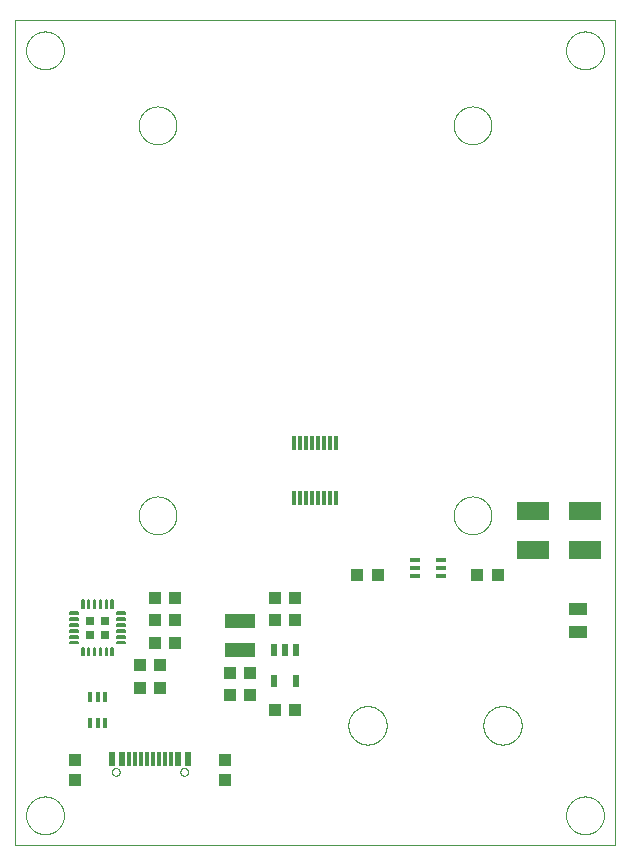
<source format=gtp>
G75*
%MOIN*%
%OFA0B0*%
%FSLAX25Y25*%
%IPPOS*%
%LPD*%
%AMOC8*
5,1,8,0,0,1.08239X$1,22.5*
%
%ADD10C,0.00000*%
%ADD11R,0.04331X0.03937*%
%ADD12R,0.11024X0.05906*%
%ADD13R,0.01181X0.04724*%
%ADD14R,0.02362X0.04528*%
%ADD15R,0.01181X0.04528*%
%ADD16R,0.10039X0.05118*%
%ADD17R,0.03937X0.04331*%
%ADD18R,0.06299X0.04331*%
%ADD19C,0.00551*%
%ADD20R,0.03150X0.03150*%
%ADD21R,0.02165X0.03937*%
%ADD22R,0.01575X0.03740*%
%ADD23R,0.03740X0.01575*%
D10*
X0001400Y0013000D02*
X0001400Y0288000D01*
X0201400Y0288000D01*
X0201400Y0013000D01*
X0001400Y0013000D01*
X0005101Y0023000D02*
X0005103Y0023158D01*
X0005109Y0023316D01*
X0005119Y0023474D01*
X0005133Y0023632D01*
X0005151Y0023789D01*
X0005172Y0023946D01*
X0005198Y0024102D01*
X0005228Y0024258D01*
X0005261Y0024413D01*
X0005299Y0024566D01*
X0005340Y0024719D01*
X0005385Y0024871D01*
X0005434Y0025022D01*
X0005487Y0025171D01*
X0005543Y0025319D01*
X0005603Y0025465D01*
X0005667Y0025610D01*
X0005735Y0025753D01*
X0005806Y0025895D01*
X0005880Y0026035D01*
X0005958Y0026172D01*
X0006040Y0026308D01*
X0006124Y0026442D01*
X0006213Y0026573D01*
X0006304Y0026702D01*
X0006399Y0026829D01*
X0006496Y0026954D01*
X0006597Y0027076D01*
X0006701Y0027195D01*
X0006808Y0027312D01*
X0006918Y0027426D01*
X0007031Y0027537D01*
X0007146Y0027646D01*
X0007264Y0027751D01*
X0007385Y0027853D01*
X0007508Y0027953D01*
X0007634Y0028049D01*
X0007762Y0028142D01*
X0007892Y0028232D01*
X0008025Y0028318D01*
X0008160Y0028402D01*
X0008296Y0028481D01*
X0008435Y0028558D01*
X0008576Y0028630D01*
X0008718Y0028700D01*
X0008862Y0028765D01*
X0009008Y0028827D01*
X0009155Y0028885D01*
X0009304Y0028940D01*
X0009454Y0028991D01*
X0009605Y0029038D01*
X0009757Y0029081D01*
X0009910Y0029120D01*
X0010065Y0029156D01*
X0010220Y0029187D01*
X0010376Y0029215D01*
X0010532Y0029239D01*
X0010689Y0029259D01*
X0010847Y0029275D01*
X0011004Y0029287D01*
X0011163Y0029295D01*
X0011321Y0029299D01*
X0011479Y0029299D01*
X0011637Y0029295D01*
X0011796Y0029287D01*
X0011953Y0029275D01*
X0012111Y0029259D01*
X0012268Y0029239D01*
X0012424Y0029215D01*
X0012580Y0029187D01*
X0012735Y0029156D01*
X0012890Y0029120D01*
X0013043Y0029081D01*
X0013195Y0029038D01*
X0013346Y0028991D01*
X0013496Y0028940D01*
X0013645Y0028885D01*
X0013792Y0028827D01*
X0013938Y0028765D01*
X0014082Y0028700D01*
X0014224Y0028630D01*
X0014365Y0028558D01*
X0014504Y0028481D01*
X0014640Y0028402D01*
X0014775Y0028318D01*
X0014908Y0028232D01*
X0015038Y0028142D01*
X0015166Y0028049D01*
X0015292Y0027953D01*
X0015415Y0027853D01*
X0015536Y0027751D01*
X0015654Y0027646D01*
X0015769Y0027537D01*
X0015882Y0027426D01*
X0015992Y0027312D01*
X0016099Y0027195D01*
X0016203Y0027076D01*
X0016304Y0026954D01*
X0016401Y0026829D01*
X0016496Y0026702D01*
X0016587Y0026573D01*
X0016676Y0026442D01*
X0016760Y0026308D01*
X0016842Y0026172D01*
X0016920Y0026035D01*
X0016994Y0025895D01*
X0017065Y0025753D01*
X0017133Y0025610D01*
X0017197Y0025465D01*
X0017257Y0025319D01*
X0017313Y0025171D01*
X0017366Y0025022D01*
X0017415Y0024871D01*
X0017460Y0024719D01*
X0017501Y0024566D01*
X0017539Y0024413D01*
X0017572Y0024258D01*
X0017602Y0024102D01*
X0017628Y0023946D01*
X0017649Y0023789D01*
X0017667Y0023632D01*
X0017681Y0023474D01*
X0017691Y0023316D01*
X0017697Y0023158D01*
X0017699Y0023000D01*
X0017697Y0022842D01*
X0017691Y0022684D01*
X0017681Y0022526D01*
X0017667Y0022368D01*
X0017649Y0022211D01*
X0017628Y0022054D01*
X0017602Y0021898D01*
X0017572Y0021742D01*
X0017539Y0021587D01*
X0017501Y0021434D01*
X0017460Y0021281D01*
X0017415Y0021129D01*
X0017366Y0020978D01*
X0017313Y0020829D01*
X0017257Y0020681D01*
X0017197Y0020535D01*
X0017133Y0020390D01*
X0017065Y0020247D01*
X0016994Y0020105D01*
X0016920Y0019965D01*
X0016842Y0019828D01*
X0016760Y0019692D01*
X0016676Y0019558D01*
X0016587Y0019427D01*
X0016496Y0019298D01*
X0016401Y0019171D01*
X0016304Y0019046D01*
X0016203Y0018924D01*
X0016099Y0018805D01*
X0015992Y0018688D01*
X0015882Y0018574D01*
X0015769Y0018463D01*
X0015654Y0018354D01*
X0015536Y0018249D01*
X0015415Y0018147D01*
X0015292Y0018047D01*
X0015166Y0017951D01*
X0015038Y0017858D01*
X0014908Y0017768D01*
X0014775Y0017682D01*
X0014640Y0017598D01*
X0014504Y0017519D01*
X0014365Y0017442D01*
X0014224Y0017370D01*
X0014082Y0017300D01*
X0013938Y0017235D01*
X0013792Y0017173D01*
X0013645Y0017115D01*
X0013496Y0017060D01*
X0013346Y0017009D01*
X0013195Y0016962D01*
X0013043Y0016919D01*
X0012890Y0016880D01*
X0012735Y0016844D01*
X0012580Y0016813D01*
X0012424Y0016785D01*
X0012268Y0016761D01*
X0012111Y0016741D01*
X0011953Y0016725D01*
X0011796Y0016713D01*
X0011637Y0016705D01*
X0011479Y0016701D01*
X0011321Y0016701D01*
X0011163Y0016705D01*
X0011004Y0016713D01*
X0010847Y0016725D01*
X0010689Y0016741D01*
X0010532Y0016761D01*
X0010376Y0016785D01*
X0010220Y0016813D01*
X0010065Y0016844D01*
X0009910Y0016880D01*
X0009757Y0016919D01*
X0009605Y0016962D01*
X0009454Y0017009D01*
X0009304Y0017060D01*
X0009155Y0017115D01*
X0009008Y0017173D01*
X0008862Y0017235D01*
X0008718Y0017300D01*
X0008576Y0017370D01*
X0008435Y0017442D01*
X0008296Y0017519D01*
X0008160Y0017598D01*
X0008025Y0017682D01*
X0007892Y0017768D01*
X0007762Y0017858D01*
X0007634Y0017951D01*
X0007508Y0018047D01*
X0007385Y0018147D01*
X0007264Y0018249D01*
X0007146Y0018354D01*
X0007031Y0018463D01*
X0006918Y0018574D01*
X0006808Y0018688D01*
X0006701Y0018805D01*
X0006597Y0018924D01*
X0006496Y0019046D01*
X0006399Y0019171D01*
X0006304Y0019298D01*
X0006213Y0019427D01*
X0006124Y0019558D01*
X0006040Y0019692D01*
X0005958Y0019828D01*
X0005880Y0019965D01*
X0005806Y0020105D01*
X0005735Y0020247D01*
X0005667Y0020390D01*
X0005603Y0020535D01*
X0005543Y0020681D01*
X0005487Y0020829D01*
X0005434Y0020978D01*
X0005385Y0021129D01*
X0005340Y0021281D01*
X0005299Y0021434D01*
X0005261Y0021587D01*
X0005228Y0021742D01*
X0005198Y0021898D01*
X0005172Y0022054D01*
X0005151Y0022211D01*
X0005133Y0022368D01*
X0005119Y0022526D01*
X0005109Y0022684D01*
X0005103Y0022842D01*
X0005101Y0023000D01*
X0033742Y0037488D02*
X0033744Y0037559D01*
X0033750Y0037630D01*
X0033760Y0037701D01*
X0033774Y0037770D01*
X0033791Y0037839D01*
X0033813Y0037907D01*
X0033838Y0037974D01*
X0033867Y0038039D01*
X0033899Y0038102D01*
X0033935Y0038164D01*
X0033974Y0038223D01*
X0034017Y0038280D01*
X0034062Y0038335D01*
X0034111Y0038387D01*
X0034162Y0038436D01*
X0034216Y0038482D01*
X0034273Y0038526D01*
X0034331Y0038566D01*
X0034392Y0038602D01*
X0034455Y0038636D01*
X0034520Y0038665D01*
X0034586Y0038691D01*
X0034654Y0038714D01*
X0034722Y0038732D01*
X0034792Y0038747D01*
X0034862Y0038758D01*
X0034933Y0038765D01*
X0035004Y0038768D01*
X0035075Y0038767D01*
X0035146Y0038762D01*
X0035217Y0038753D01*
X0035287Y0038740D01*
X0035356Y0038724D01*
X0035424Y0038703D01*
X0035491Y0038679D01*
X0035557Y0038651D01*
X0035620Y0038619D01*
X0035682Y0038584D01*
X0035742Y0038546D01*
X0035800Y0038504D01*
X0035855Y0038460D01*
X0035908Y0038412D01*
X0035958Y0038361D01*
X0036005Y0038308D01*
X0036049Y0038252D01*
X0036090Y0038194D01*
X0036128Y0038133D01*
X0036162Y0038071D01*
X0036192Y0038006D01*
X0036219Y0037941D01*
X0036243Y0037873D01*
X0036262Y0037805D01*
X0036278Y0037736D01*
X0036290Y0037665D01*
X0036298Y0037595D01*
X0036302Y0037524D01*
X0036302Y0037452D01*
X0036298Y0037381D01*
X0036290Y0037311D01*
X0036278Y0037240D01*
X0036262Y0037171D01*
X0036243Y0037103D01*
X0036219Y0037035D01*
X0036192Y0036970D01*
X0036162Y0036905D01*
X0036128Y0036843D01*
X0036090Y0036782D01*
X0036049Y0036724D01*
X0036005Y0036668D01*
X0035958Y0036615D01*
X0035908Y0036564D01*
X0035855Y0036516D01*
X0035800Y0036472D01*
X0035742Y0036430D01*
X0035682Y0036392D01*
X0035620Y0036357D01*
X0035557Y0036325D01*
X0035491Y0036297D01*
X0035424Y0036273D01*
X0035356Y0036252D01*
X0035287Y0036236D01*
X0035217Y0036223D01*
X0035146Y0036214D01*
X0035075Y0036209D01*
X0035004Y0036208D01*
X0034933Y0036211D01*
X0034862Y0036218D01*
X0034792Y0036229D01*
X0034722Y0036244D01*
X0034654Y0036262D01*
X0034586Y0036285D01*
X0034520Y0036311D01*
X0034455Y0036340D01*
X0034392Y0036374D01*
X0034331Y0036410D01*
X0034273Y0036450D01*
X0034216Y0036494D01*
X0034162Y0036540D01*
X0034111Y0036589D01*
X0034062Y0036641D01*
X0034017Y0036696D01*
X0033974Y0036753D01*
X0033935Y0036812D01*
X0033899Y0036874D01*
X0033867Y0036937D01*
X0033838Y0037002D01*
X0033813Y0037069D01*
X0033791Y0037137D01*
X0033774Y0037206D01*
X0033760Y0037275D01*
X0033750Y0037346D01*
X0033744Y0037417D01*
X0033742Y0037488D01*
X0056498Y0037488D02*
X0056500Y0037559D01*
X0056506Y0037630D01*
X0056516Y0037701D01*
X0056530Y0037770D01*
X0056547Y0037839D01*
X0056569Y0037907D01*
X0056594Y0037974D01*
X0056623Y0038039D01*
X0056655Y0038102D01*
X0056691Y0038164D01*
X0056730Y0038223D01*
X0056773Y0038280D01*
X0056818Y0038335D01*
X0056867Y0038387D01*
X0056918Y0038436D01*
X0056972Y0038482D01*
X0057029Y0038526D01*
X0057087Y0038566D01*
X0057148Y0038602D01*
X0057211Y0038636D01*
X0057276Y0038665D01*
X0057342Y0038691D01*
X0057410Y0038714D01*
X0057478Y0038732D01*
X0057548Y0038747D01*
X0057618Y0038758D01*
X0057689Y0038765D01*
X0057760Y0038768D01*
X0057831Y0038767D01*
X0057902Y0038762D01*
X0057973Y0038753D01*
X0058043Y0038740D01*
X0058112Y0038724D01*
X0058180Y0038703D01*
X0058247Y0038679D01*
X0058313Y0038651D01*
X0058376Y0038619D01*
X0058438Y0038584D01*
X0058498Y0038546D01*
X0058556Y0038504D01*
X0058611Y0038460D01*
X0058664Y0038412D01*
X0058714Y0038361D01*
X0058761Y0038308D01*
X0058805Y0038252D01*
X0058846Y0038194D01*
X0058884Y0038133D01*
X0058918Y0038071D01*
X0058948Y0038006D01*
X0058975Y0037941D01*
X0058999Y0037873D01*
X0059018Y0037805D01*
X0059034Y0037736D01*
X0059046Y0037665D01*
X0059054Y0037595D01*
X0059058Y0037524D01*
X0059058Y0037452D01*
X0059054Y0037381D01*
X0059046Y0037311D01*
X0059034Y0037240D01*
X0059018Y0037171D01*
X0058999Y0037103D01*
X0058975Y0037035D01*
X0058948Y0036970D01*
X0058918Y0036905D01*
X0058884Y0036843D01*
X0058846Y0036782D01*
X0058805Y0036724D01*
X0058761Y0036668D01*
X0058714Y0036615D01*
X0058664Y0036564D01*
X0058611Y0036516D01*
X0058556Y0036472D01*
X0058498Y0036430D01*
X0058438Y0036392D01*
X0058376Y0036357D01*
X0058313Y0036325D01*
X0058247Y0036297D01*
X0058180Y0036273D01*
X0058112Y0036252D01*
X0058043Y0036236D01*
X0057973Y0036223D01*
X0057902Y0036214D01*
X0057831Y0036209D01*
X0057760Y0036208D01*
X0057689Y0036211D01*
X0057618Y0036218D01*
X0057548Y0036229D01*
X0057478Y0036244D01*
X0057410Y0036262D01*
X0057342Y0036285D01*
X0057276Y0036311D01*
X0057211Y0036340D01*
X0057148Y0036374D01*
X0057087Y0036410D01*
X0057029Y0036450D01*
X0056972Y0036494D01*
X0056918Y0036540D01*
X0056867Y0036589D01*
X0056818Y0036641D01*
X0056773Y0036696D01*
X0056730Y0036753D01*
X0056691Y0036812D01*
X0056655Y0036874D01*
X0056623Y0036937D01*
X0056594Y0037002D01*
X0056569Y0037069D01*
X0056547Y0037137D01*
X0056530Y0037206D01*
X0056516Y0037275D01*
X0056506Y0037346D01*
X0056500Y0037417D01*
X0056498Y0037488D01*
X0112502Y0053000D02*
X0112504Y0053160D01*
X0112510Y0053319D01*
X0112520Y0053478D01*
X0112534Y0053637D01*
X0112552Y0053796D01*
X0112573Y0053954D01*
X0112599Y0054111D01*
X0112629Y0054268D01*
X0112662Y0054424D01*
X0112700Y0054579D01*
X0112741Y0054733D01*
X0112786Y0054886D01*
X0112835Y0055038D01*
X0112888Y0055188D01*
X0112944Y0055337D01*
X0113004Y0055485D01*
X0113068Y0055631D01*
X0113136Y0055776D01*
X0113207Y0055919D01*
X0113281Y0056060D01*
X0113359Y0056199D01*
X0113441Y0056336D01*
X0113526Y0056471D01*
X0113614Y0056604D01*
X0113705Y0056735D01*
X0113800Y0056863D01*
X0113898Y0056989D01*
X0113999Y0057113D01*
X0114103Y0057233D01*
X0114210Y0057352D01*
X0114320Y0057467D01*
X0114433Y0057580D01*
X0114548Y0057690D01*
X0114667Y0057797D01*
X0114787Y0057901D01*
X0114911Y0058002D01*
X0115037Y0058100D01*
X0115165Y0058195D01*
X0115296Y0058286D01*
X0115429Y0058374D01*
X0115564Y0058459D01*
X0115701Y0058541D01*
X0115840Y0058619D01*
X0115981Y0058693D01*
X0116124Y0058764D01*
X0116269Y0058832D01*
X0116415Y0058896D01*
X0116563Y0058956D01*
X0116712Y0059012D01*
X0116862Y0059065D01*
X0117014Y0059114D01*
X0117167Y0059159D01*
X0117321Y0059200D01*
X0117476Y0059238D01*
X0117632Y0059271D01*
X0117789Y0059301D01*
X0117946Y0059327D01*
X0118104Y0059348D01*
X0118263Y0059366D01*
X0118422Y0059380D01*
X0118581Y0059390D01*
X0118740Y0059396D01*
X0118900Y0059398D01*
X0119060Y0059396D01*
X0119219Y0059390D01*
X0119378Y0059380D01*
X0119537Y0059366D01*
X0119696Y0059348D01*
X0119854Y0059327D01*
X0120011Y0059301D01*
X0120168Y0059271D01*
X0120324Y0059238D01*
X0120479Y0059200D01*
X0120633Y0059159D01*
X0120786Y0059114D01*
X0120938Y0059065D01*
X0121088Y0059012D01*
X0121237Y0058956D01*
X0121385Y0058896D01*
X0121531Y0058832D01*
X0121676Y0058764D01*
X0121819Y0058693D01*
X0121960Y0058619D01*
X0122099Y0058541D01*
X0122236Y0058459D01*
X0122371Y0058374D01*
X0122504Y0058286D01*
X0122635Y0058195D01*
X0122763Y0058100D01*
X0122889Y0058002D01*
X0123013Y0057901D01*
X0123133Y0057797D01*
X0123252Y0057690D01*
X0123367Y0057580D01*
X0123480Y0057467D01*
X0123590Y0057352D01*
X0123697Y0057233D01*
X0123801Y0057113D01*
X0123902Y0056989D01*
X0124000Y0056863D01*
X0124095Y0056735D01*
X0124186Y0056604D01*
X0124274Y0056471D01*
X0124359Y0056336D01*
X0124441Y0056199D01*
X0124519Y0056060D01*
X0124593Y0055919D01*
X0124664Y0055776D01*
X0124732Y0055631D01*
X0124796Y0055485D01*
X0124856Y0055337D01*
X0124912Y0055188D01*
X0124965Y0055038D01*
X0125014Y0054886D01*
X0125059Y0054733D01*
X0125100Y0054579D01*
X0125138Y0054424D01*
X0125171Y0054268D01*
X0125201Y0054111D01*
X0125227Y0053954D01*
X0125248Y0053796D01*
X0125266Y0053637D01*
X0125280Y0053478D01*
X0125290Y0053319D01*
X0125296Y0053160D01*
X0125298Y0053000D01*
X0125296Y0052840D01*
X0125290Y0052681D01*
X0125280Y0052522D01*
X0125266Y0052363D01*
X0125248Y0052204D01*
X0125227Y0052046D01*
X0125201Y0051889D01*
X0125171Y0051732D01*
X0125138Y0051576D01*
X0125100Y0051421D01*
X0125059Y0051267D01*
X0125014Y0051114D01*
X0124965Y0050962D01*
X0124912Y0050812D01*
X0124856Y0050663D01*
X0124796Y0050515D01*
X0124732Y0050369D01*
X0124664Y0050224D01*
X0124593Y0050081D01*
X0124519Y0049940D01*
X0124441Y0049801D01*
X0124359Y0049664D01*
X0124274Y0049529D01*
X0124186Y0049396D01*
X0124095Y0049265D01*
X0124000Y0049137D01*
X0123902Y0049011D01*
X0123801Y0048887D01*
X0123697Y0048767D01*
X0123590Y0048648D01*
X0123480Y0048533D01*
X0123367Y0048420D01*
X0123252Y0048310D01*
X0123133Y0048203D01*
X0123013Y0048099D01*
X0122889Y0047998D01*
X0122763Y0047900D01*
X0122635Y0047805D01*
X0122504Y0047714D01*
X0122371Y0047626D01*
X0122236Y0047541D01*
X0122099Y0047459D01*
X0121960Y0047381D01*
X0121819Y0047307D01*
X0121676Y0047236D01*
X0121531Y0047168D01*
X0121385Y0047104D01*
X0121237Y0047044D01*
X0121088Y0046988D01*
X0120938Y0046935D01*
X0120786Y0046886D01*
X0120633Y0046841D01*
X0120479Y0046800D01*
X0120324Y0046762D01*
X0120168Y0046729D01*
X0120011Y0046699D01*
X0119854Y0046673D01*
X0119696Y0046652D01*
X0119537Y0046634D01*
X0119378Y0046620D01*
X0119219Y0046610D01*
X0119060Y0046604D01*
X0118900Y0046602D01*
X0118740Y0046604D01*
X0118581Y0046610D01*
X0118422Y0046620D01*
X0118263Y0046634D01*
X0118104Y0046652D01*
X0117946Y0046673D01*
X0117789Y0046699D01*
X0117632Y0046729D01*
X0117476Y0046762D01*
X0117321Y0046800D01*
X0117167Y0046841D01*
X0117014Y0046886D01*
X0116862Y0046935D01*
X0116712Y0046988D01*
X0116563Y0047044D01*
X0116415Y0047104D01*
X0116269Y0047168D01*
X0116124Y0047236D01*
X0115981Y0047307D01*
X0115840Y0047381D01*
X0115701Y0047459D01*
X0115564Y0047541D01*
X0115429Y0047626D01*
X0115296Y0047714D01*
X0115165Y0047805D01*
X0115037Y0047900D01*
X0114911Y0047998D01*
X0114787Y0048099D01*
X0114667Y0048203D01*
X0114548Y0048310D01*
X0114433Y0048420D01*
X0114320Y0048533D01*
X0114210Y0048648D01*
X0114103Y0048767D01*
X0113999Y0048887D01*
X0113898Y0049011D01*
X0113800Y0049137D01*
X0113705Y0049265D01*
X0113614Y0049396D01*
X0113526Y0049529D01*
X0113441Y0049664D01*
X0113359Y0049801D01*
X0113281Y0049940D01*
X0113207Y0050081D01*
X0113136Y0050224D01*
X0113068Y0050369D01*
X0113004Y0050515D01*
X0112944Y0050663D01*
X0112888Y0050812D01*
X0112835Y0050962D01*
X0112786Y0051114D01*
X0112741Y0051267D01*
X0112700Y0051421D01*
X0112662Y0051576D01*
X0112629Y0051732D01*
X0112599Y0051889D01*
X0112573Y0052046D01*
X0112552Y0052204D01*
X0112534Y0052363D01*
X0112520Y0052522D01*
X0112510Y0052681D01*
X0112504Y0052840D01*
X0112502Y0053000D01*
X0147601Y0123000D02*
X0147603Y0123158D01*
X0147609Y0123316D01*
X0147619Y0123474D01*
X0147633Y0123632D01*
X0147651Y0123789D01*
X0147672Y0123946D01*
X0147698Y0124102D01*
X0147728Y0124258D01*
X0147761Y0124413D01*
X0147799Y0124566D01*
X0147840Y0124719D01*
X0147885Y0124871D01*
X0147934Y0125022D01*
X0147987Y0125171D01*
X0148043Y0125319D01*
X0148103Y0125465D01*
X0148167Y0125610D01*
X0148235Y0125753D01*
X0148306Y0125895D01*
X0148380Y0126035D01*
X0148458Y0126172D01*
X0148540Y0126308D01*
X0148624Y0126442D01*
X0148713Y0126573D01*
X0148804Y0126702D01*
X0148899Y0126829D01*
X0148996Y0126954D01*
X0149097Y0127076D01*
X0149201Y0127195D01*
X0149308Y0127312D01*
X0149418Y0127426D01*
X0149531Y0127537D01*
X0149646Y0127646D01*
X0149764Y0127751D01*
X0149885Y0127853D01*
X0150008Y0127953D01*
X0150134Y0128049D01*
X0150262Y0128142D01*
X0150392Y0128232D01*
X0150525Y0128318D01*
X0150660Y0128402D01*
X0150796Y0128481D01*
X0150935Y0128558D01*
X0151076Y0128630D01*
X0151218Y0128700D01*
X0151362Y0128765D01*
X0151508Y0128827D01*
X0151655Y0128885D01*
X0151804Y0128940D01*
X0151954Y0128991D01*
X0152105Y0129038D01*
X0152257Y0129081D01*
X0152410Y0129120D01*
X0152565Y0129156D01*
X0152720Y0129187D01*
X0152876Y0129215D01*
X0153032Y0129239D01*
X0153189Y0129259D01*
X0153347Y0129275D01*
X0153504Y0129287D01*
X0153663Y0129295D01*
X0153821Y0129299D01*
X0153979Y0129299D01*
X0154137Y0129295D01*
X0154296Y0129287D01*
X0154453Y0129275D01*
X0154611Y0129259D01*
X0154768Y0129239D01*
X0154924Y0129215D01*
X0155080Y0129187D01*
X0155235Y0129156D01*
X0155390Y0129120D01*
X0155543Y0129081D01*
X0155695Y0129038D01*
X0155846Y0128991D01*
X0155996Y0128940D01*
X0156145Y0128885D01*
X0156292Y0128827D01*
X0156438Y0128765D01*
X0156582Y0128700D01*
X0156724Y0128630D01*
X0156865Y0128558D01*
X0157004Y0128481D01*
X0157140Y0128402D01*
X0157275Y0128318D01*
X0157408Y0128232D01*
X0157538Y0128142D01*
X0157666Y0128049D01*
X0157792Y0127953D01*
X0157915Y0127853D01*
X0158036Y0127751D01*
X0158154Y0127646D01*
X0158269Y0127537D01*
X0158382Y0127426D01*
X0158492Y0127312D01*
X0158599Y0127195D01*
X0158703Y0127076D01*
X0158804Y0126954D01*
X0158901Y0126829D01*
X0158996Y0126702D01*
X0159087Y0126573D01*
X0159176Y0126442D01*
X0159260Y0126308D01*
X0159342Y0126172D01*
X0159420Y0126035D01*
X0159494Y0125895D01*
X0159565Y0125753D01*
X0159633Y0125610D01*
X0159697Y0125465D01*
X0159757Y0125319D01*
X0159813Y0125171D01*
X0159866Y0125022D01*
X0159915Y0124871D01*
X0159960Y0124719D01*
X0160001Y0124566D01*
X0160039Y0124413D01*
X0160072Y0124258D01*
X0160102Y0124102D01*
X0160128Y0123946D01*
X0160149Y0123789D01*
X0160167Y0123632D01*
X0160181Y0123474D01*
X0160191Y0123316D01*
X0160197Y0123158D01*
X0160199Y0123000D01*
X0160197Y0122842D01*
X0160191Y0122684D01*
X0160181Y0122526D01*
X0160167Y0122368D01*
X0160149Y0122211D01*
X0160128Y0122054D01*
X0160102Y0121898D01*
X0160072Y0121742D01*
X0160039Y0121587D01*
X0160001Y0121434D01*
X0159960Y0121281D01*
X0159915Y0121129D01*
X0159866Y0120978D01*
X0159813Y0120829D01*
X0159757Y0120681D01*
X0159697Y0120535D01*
X0159633Y0120390D01*
X0159565Y0120247D01*
X0159494Y0120105D01*
X0159420Y0119965D01*
X0159342Y0119828D01*
X0159260Y0119692D01*
X0159176Y0119558D01*
X0159087Y0119427D01*
X0158996Y0119298D01*
X0158901Y0119171D01*
X0158804Y0119046D01*
X0158703Y0118924D01*
X0158599Y0118805D01*
X0158492Y0118688D01*
X0158382Y0118574D01*
X0158269Y0118463D01*
X0158154Y0118354D01*
X0158036Y0118249D01*
X0157915Y0118147D01*
X0157792Y0118047D01*
X0157666Y0117951D01*
X0157538Y0117858D01*
X0157408Y0117768D01*
X0157275Y0117682D01*
X0157140Y0117598D01*
X0157004Y0117519D01*
X0156865Y0117442D01*
X0156724Y0117370D01*
X0156582Y0117300D01*
X0156438Y0117235D01*
X0156292Y0117173D01*
X0156145Y0117115D01*
X0155996Y0117060D01*
X0155846Y0117009D01*
X0155695Y0116962D01*
X0155543Y0116919D01*
X0155390Y0116880D01*
X0155235Y0116844D01*
X0155080Y0116813D01*
X0154924Y0116785D01*
X0154768Y0116761D01*
X0154611Y0116741D01*
X0154453Y0116725D01*
X0154296Y0116713D01*
X0154137Y0116705D01*
X0153979Y0116701D01*
X0153821Y0116701D01*
X0153663Y0116705D01*
X0153504Y0116713D01*
X0153347Y0116725D01*
X0153189Y0116741D01*
X0153032Y0116761D01*
X0152876Y0116785D01*
X0152720Y0116813D01*
X0152565Y0116844D01*
X0152410Y0116880D01*
X0152257Y0116919D01*
X0152105Y0116962D01*
X0151954Y0117009D01*
X0151804Y0117060D01*
X0151655Y0117115D01*
X0151508Y0117173D01*
X0151362Y0117235D01*
X0151218Y0117300D01*
X0151076Y0117370D01*
X0150935Y0117442D01*
X0150796Y0117519D01*
X0150660Y0117598D01*
X0150525Y0117682D01*
X0150392Y0117768D01*
X0150262Y0117858D01*
X0150134Y0117951D01*
X0150008Y0118047D01*
X0149885Y0118147D01*
X0149764Y0118249D01*
X0149646Y0118354D01*
X0149531Y0118463D01*
X0149418Y0118574D01*
X0149308Y0118688D01*
X0149201Y0118805D01*
X0149097Y0118924D01*
X0148996Y0119046D01*
X0148899Y0119171D01*
X0148804Y0119298D01*
X0148713Y0119427D01*
X0148624Y0119558D01*
X0148540Y0119692D01*
X0148458Y0119828D01*
X0148380Y0119965D01*
X0148306Y0120105D01*
X0148235Y0120247D01*
X0148167Y0120390D01*
X0148103Y0120535D01*
X0148043Y0120681D01*
X0147987Y0120829D01*
X0147934Y0120978D01*
X0147885Y0121129D01*
X0147840Y0121281D01*
X0147799Y0121434D01*
X0147761Y0121587D01*
X0147728Y0121742D01*
X0147698Y0121898D01*
X0147672Y0122054D01*
X0147651Y0122211D01*
X0147633Y0122368D01*
X0147619Y0122526D01*
X0147609Y0122684D01*
X0147603Y0122842D01*
X0147601Y0123000D01*
X0157502Y0053000D02*
X0157504Y0053160D01*
X0157510Y0053319D01*
X0157520Y0053478D01*
X0157534Y0053637D01*
X0157552Y0053796D01*
X0157573Y0053954D01*
X0157599Y0054111D01*
X0157629Y0054268D01*
X0157662Y0054424D01*
X0157700Y0054579D01*
X0157741Y0054733D01*
X0157786Y0054886D01*
X0157835Y0055038D01*
X0157888Y0055188D01*
X0157944Y0055337D01*
X0158004Y0055485D01*
X0158068Y0055631D01*
X0158136Y0055776D01*
X0158207Y0055919D01*
X0158281Y0056060D01*
X0158359Y0056199D01*
X0158441Y0056336D01*
X0158526Y0056471D01*
X0158614Y0056604D01*
X0158705Y0056735D01*
X0158800Y0056863D01*
X0158898Y0056989D01*
X0158999Y0057113D01*
X0159103Y0057233D01*
X0159210Y0057352D01*
X0159320Y0057467D01*
X0159433Y0057580D01*
X0159548Y0057690D01*
X0159667Y0057797D01*
X0159787Y0057901D01*
X0159911Y0058002D01*
X0160037Y0058100D01*
X0160165Y0058195D01*
X0160296Y0058286D01*
X0160429Y0058374D01*
X0160564Y0058459D01*
X0160701Y0058541D01*
X0160840Y0058619D01*
X0160981Y0058693D01*
X0161124Y0058764D01*
X0161269Y0058832D01*
X0161415Y0058896D01*
X0161563Y0058956D01*
X0161712Y0059012D01*
X0161862Y0059065D01*
X0162014Y0059114D01*
X0162167Y0059159D01*
X0162321Y0059200D01*
X0162476Y0059238D01*
X0162632Y0059271D01*
X0162789Y0059301D01*
X0162946Y0059327D01*
X0163104Y0059348D01*
X0163263Y0059366D01*
X0163422Y0059380D01*
X0163581Y0059390D01*
X0163740Y0059396D01*
X0163900Y0059398D01*
X0164060Y0059396D01*
X0164219Y0059390D01*
X0164378Y0059380D01*
X0164537Y0059366D01*
X0164696Y0059348D01*
X0164854Y0059327D01*
X0165011Y0059301D01*
X0165168Y0059271D01*
X0165324Y0059238D01*
X0165479Y0059200D01*
X0165633Y0059159D01*
X0165786Y0059114D01*
X0165938Y0059065D01*
X0166088Y0059012D01*
X0166237Y0058956D01*
X0166385Y0058896D01*
X0166531Y0058832D01*
X0166676Y0058764D01*
X0166819Y0058693D01*
X0166960Y0058619D01*
X0167099Y0058541D01*
X0167236Y0058459D01*
X0167371Y0058374D01*
X0167504Y0058286D01*
X0167635Y0058195D01*
X0167763Y0058100D01*
X0167889Y0058002D01*
X0168013Y0057901D01*
X0168133Y0057797D01*
X0168252Y0057690D01*
X0168367Y0057580D01*
X0168480Y0057467D01*
X0168590Y0057352D01*
X0168697Y0057233D01*
X0168801Y0057113D01*
X0168902Y0056989D01*
X0169000Y0056863D01*
X0169095Y0056735D01*
X0169186Y0056604D01*
X0169274Y0056471D01*
X0169359Y0056336D01*
X0169441Y0056199D01*
X0169519Y0056060D01*
X0169593Y0055919D01*
X0169664Y0055776D01*
X0169732Y0055631D01*
X0169796Y0055485D01*
X0169856Y0055337D01*
X0169912Y0055188D01*
X0169965Y0055038D01*
X0170014Y0054886D01*
X0170059Y0054733D01*
X0170100Y0054579D01*
X0170138Y0054424D01*
X0170171Y0054268D01*
X0170201Y0054111D01*
X0170227Y0053954D01*
X0170248Y0053796D01*
X0170266Y0053637D01*
X0170280Y0053478D01*
X0170290Y0053319D01*
X0170296Y0053160D01*
X0170298Y0053000D01*
X0170296Y0052840D01*
X0170290Y0052681D01*
X0170280Y0052522D01*
X0170266Y0052363D01*
X0170248Y0052204D01*
X0170227Y0052046D01*
X0170201Y0051889D01*
X0170171Y0051732D01*
X0170138Y0051576D01*
X0170100Y0051421D01*
X0170059Y0051267D01*
X0170014Y0051114D01*
X0169965Y0050962D01*
X0169912Y0050812D01*
X0169856Y0050663D01*
X0169796Y0050515D01*
X0169732Y0050369D01*
X0169664Y0050224D01*
X0169593Y0050081D01*
X0169519Y0049940D01*
X0169441Y0049801D01*
X0169359Y0049664D01*
X0169274Y0049529D01*
X0169186Y0049396D01*
X0169095Y0049265D01*
X0169000Y0049137D01*
X0168902Y0049011D01*
X0168801Y0048887D01*
X0168697Y0048767D01*
X0168590Y0048648D01*
X0168480Y0048533D01*
X0168367Y0048420D01*
X0168252Y0048310D01*
X0168133Y0048203D01*
X0168013Y0048099D01*
X0167889Y0047998D01*
X0167763Y0047900D01*
X0167635Y0047805D01*
X0167504Y0047714D01*
X0167371Y0047626D01*
X0167236Y0047541D01*
X0167099Y0047459D01*
X0166960Y0047381D01*
X0166819Y0047307D01*
X0166676Y0047236D01*
X0166531Y0047168D01*
X0166385Y0047104D01*
X0166237Y0047044D01*
X0166088Y0046988D01*
X0165938Y0046935D01*
X0165786Y0046886D01*
X0165633Y0046841D01*
X0165479Y0046800D01*
X0165324Y0046762D01*
X0165168Y0046729D01*
X0165011Y0046699D01*
X0164854Y0046673D01*
X0164696Y0046652D01*
X0164537Y0046634D01*
X0164378Y0046620D01*
X0164219Y0046610D01*
X0164060Y0046604D01*
X0163900Y0046602D01*
X0163740Y0046604D01*
X0163581Y0046610D01*
X0163422Y0046620D01*
X0163263Y0046634D01*
X0163104Y0046652D01*
X0162946Y0046673D01*
X0162789Y0046699D01*
X0162632Y0046729D01*
X0162476Y0046762D01*
X0162321Y0046800D01*
X0162167Y0046841D01*
X0162014Y0046886D01*
X0161862Y0046935D01*
X0161712Y0046988D01*
X0161563Y0047044D01*
X0161415Y0047104D01*
X0161269Y0047168D01*
X0161124Y0047236D01*
X0160981Y0047307D01*
X0160840Y0047381D01*
X0160701Y0047459D01*
X0160564Y0047541D01*
X0160429Y0047626D01*
X0160296Y0047714D01*
X0160165Y0047805D01*
X0160037Y0047900D01*
X0159911Y0047998D01*
X0159787Y0048099D01*
X0159667Y0048203D01*
X0159548Y0048310D01*
X0159433Y0048420D01*
X0159320Y0048533D01*
X0159210Y0048648D01*
X0159103Y0048767D01*
X0158999Y0048887D01*
X0158898Y0049011D01*
X0158800Y0049137D01*
X0158705Y0049265D01*
X0158614Y0049396D01*
X0158526Y0049529D01*
X0158441Y0049664D01*
X0158359Y0049801D01*
X0158281Y0049940D01*
X0158207Y0050081D01*
X0158136Y0050224D01*
X0158068Y0050369D01*
X0158004Y0050515D01*
X0157944Y0050663D01*
X0157888Y0050812D01*
X0157835Y0050962D01*
X0157786Y0051114D01*
X0157741Y0051267D01*
X0157700Y0051421D01*
X0157662Y0051576D01*
X0157629Y0051732D01*
X0157599Y0051889D01*
X0157573Y0052046D01*
X0157552Y0052204D01*
X0157534Y0052363D01*
X0157520Y0052522D01*
X0157510Y0052681D01*
X0157504Y0052840D01*
X0157502Y0053000D01*
X0185101Y0023000D02*
X0185103Y0023158D01*
X0185109Y0023316D01*
X0185119Y0023474D01*
X0185133Y0023632D01*
X0185151Y0023789D01*
X0185172Y0023946D01*
X0185198Y0024102D01*
X0185228Y0024258D01*
X0185261Y0024413D01*
X0185299Y0024566D01*
X0185340Y0024719D01*
X0185385Y0024871D01*
X0185434Y0025022D01*
X0185487Y0025171D01*
X0185543Y0025319D01*
X0185603Y0025465D01*
X0185667Y0025610D01*
X0185735Y0025753D01*
X0185806Y0025895D01*
X0185880Y0026035D01*
X0185958Y0026172D01*
X0186040Y0026308D01*
X0186124Y0026442D01*
X0186213Y0026573D01*
X0186304Y0026702D01*
X0186399Y0026829D01*
X0186496Y0026954D01*
X0186597Y0027076D01*
X0186701Y0027195D01*
X0186808Y0027312D01*
X0186918Y0027426D01*
X0187031Y0027537D01*
X0187146Y0027646D01*
X0187264Y0027751D01*
X0187385Y0027853D01*
X0187508Y0027953D01*
X0187634Y0028049D01*
X0187762Y0028142D01*
X0187892Y0028232D01*
X0188025Y0028318D01*
X0188160Y0028402D01*
X0188296Y0028481D01*
X0188435Y0028558D01*
X0188576Y0028630D01*
X0188718Y0028700D01*
X0188862Y0028765D01*
X0189008Y0028827D01*
X0189155Y0028885D01*
X0189304Y0028940D01*
X0189454Y0028991D01*
X0189605Y0029038D01*
X0189757Y0029081D01*
X0189910Y0029120D01*
X0190065Y0029156D01*
X0190220Y0029187D01*
X0190376Y0029215D01*
X0190532Y0029239D01*
X0190689Y0029259D01*
X0190847Y0029275D01*
X0191004Y0029287D01*
X0191163Y0029295D01*
X0191321Y0029299D01*
X0191479Y0029299D01*
X0191637Y0029295D01*
X0191796Y0029287D01*
X0191953Y0029275D01*
X0192111Y0029259D01*
X0192268Y0029239D01*
X0192424Y0029215D01*
X0192580Y0029187D01*
X0192735Y0029156D01*
X0192890Y0029120D01*
X0193043Y0029081D01*
X0193195Y0029038D01*
X0193346Y0028991D01*
X0193496Y0028940D01*
X0193645Y0028885D01*
X0193792Y0028827D01*
X0193938Y0028765D01*
X0194082Y0028700D01*
X0194224Y0028630D01*
X0194365Y0028558D01*
X0194504Y0028481D01*
X0194640Y0028402D01*
X0194775Y0028318D01*
X0194908Y0028232D01*
X0195038Y0028142D01*
X0195166Y0028049D01*
X0195292Y0027953D01*
X0195415Y0027853D01*
X0195536Y0027751D01*
X0195654Y0027646D01*
X0195769Y0027537D01*
X0195882Y0027426D01*
X0195992Y0027312D01*
X0196099Y0027195D01*
X0196203Y0027076D01*
X0196304Y0026954D01*
X0196401Y0026829D01*
X0196496Y0026702D01*
X0196587Y0026573D01*
X0196676Y0026442D01*
X0196760Y0026308D01*
X0196842Y0026172D01*
X0196920Y0026035D01*
X0196994Y0025895D01*
X0197065Y0025753D01*
X0197133Y0025610D01*
X0197197Y0025465D01*
X0197257Y0025319D01*
X0197313Y0025171D01*
X0197366Y0025022D01*
X0197415Y0024871D01*
X0197460Y0024719D01*
X0197501Y0024566D01*
X0197539Y0024413D01*
X0197572Y0024258D01*
X0197602Y0024102D01*
X0197628Y0023946D01*
X0197649Y0023789D01*
X0197667Y0023632D01*
X0197681Y0023474D01*
X0197691Y0023316D01*
X0197697Y0023158D01*
X0197699Y0023000D01*
X0197697Y0022842D01*
X0197691Y0022684D01*
X0197681Y0022526D01*
X0197667Y0022368D01*
X0197649Y0022211D01*
X0197628Y0022054D01*
X0197602Y0021898D01*
X0197572Y0021742D01*
X0197539Y0021587D01*
X0197501Y0021434D01*
X0197460Y0021281D01*
X0197415Y0021129D01*
X0197366Y0020978D01*
X0197313Y0020829D01*
X0197257Y0020681D01*
X0197197Y0020535D01*
X0197133Y0020390D01*
X0197065Y0020247D01*
X0196994Y0020105D01*
X0196920Y0019965D01*
X0196842Y0019828D01*
X0196760Y0019692D01*
X0196676Y0019558D01*
X0196587Y0019427D01*
X0196496Y0019298D01*
X0196401Y0019171D01*
X0196304Y0019046D01*
X0196203Y0018924D01*
X0196099Y0018805D01*
X0195992Y0018688D01*
X0195882Y0018574D01*
X0195769Y0018463D01*
X0195654Y0018354D01*
X0195536Y0018249D01*
X0195415Y0018147D01*
X0195292Y0018047D01*
X0195166Y0017951D01*
X0195038Y0017858D01*
X0194908Y0017768D01*
X0194775Y0017682D01*
X0194640Y0017598D01*
X0194504Y0017519D01*
X0194365Y0017442D01*
X0194224Y0017370D01*
X0194082Y0017300D01*
X0193938Y0017235D01*
X0193792Y0017173D01*
X0193645Y0017115D01*
X0193496Y0017060D01*
X0193346Y0017009D01*
X0193195Y0016962D01*
X0193043Y0016919D01*
X0192890Y0016880D01*
X0192735Y0016844D01*
X0192580Y0016813D01*
X0192424Y0016785D01*
X0192268Y0016761D01*
X0192111Y0016741D01*
X0191953Y0016725D01*
X0191796Y0016713D01*
X0191637Y0016705D01*
X0191479Y0016701D01*
X0191321Y0016701D01*
X0191163Y0016705D01*
X0191004Y0016713D01*
X0190847Y0016725D01*
X0190689Y0016741D01*
X0190532Y0016761D01*
X0190376Y0016785D01*
X0190220Y0016813D01*
X0190065Y0016844D01*
X0189910Y0016880D01*
X0189757Y0016919D01*
X0189605Y0016962D01*
X0189454Y0017009D01*
X0189304Y0017060D01*
X0189155Y0017115D01*
X0189008Y0017173D01*
X0188862Y0017235D01*
X0188718Y0017300D01*
X0188576Y0017370D01*
X0188435Y0017442D01*
X0188296Y0017519D01*
X0188160Y0017598D01*
X0188025Y0017682D01*
X0187892Y0017768D01*
X0187762Y0017858D01*
X0187634Y0017951D01*
X0187508Y0018047D01*
X0187385Y0018147D01*
X0187264Y0018249D01*
X0187146Y0018354D01*
X0187031Y0018463D01*
X0186918Y0018574D01*
X0186808Y0018688D01*
X0186701Y0018805D01*
X0186597Y0018924D01*
X0186496Y0019046D01*
X0186399Y0019171D01*
X0186304Y0019298D01*
X0186213Y0019427D01*
X0186124Y0019558D01*
X0186040Y0019692D01*
X0185958Y0019828D01*
X0185880Y0019965D01*
X0185806Y0020105D01*
X0185735Y0020247D01*
X0185667Y0020390D01*
X0185603Y0020535D01*
X0185543Y0020681D01*
X0185487Y0020829D01*
X0185434Y0020978D01*
X0185385Y0021129D01*
X0185340Y0021281D01*
X0185299Y0021434D01*
X0185261Y0021587D01*
X0185228Y0021742D01*
X0185198Y0021898D01*
X0185172Y0022054D01*
X0185151Y0022211D01*
X0185133Y0022368D01*
X0185119Y0022526D01*
X0185109Y0022684D01*
X0185103Y0022842D01*
X0185101Y0023000D01*
X0042601Y0123000D02*
X0042603Y0123158D01*
X0042609Y0123316D01*
X0042619Y0123474D01*
X0042633Y0123632D01*
X0042651Y0123789D01*
X0042672Y0123946D01*
X0042698Y0124102D01*
X0042728Y0124258D01*
X0042761Y0124413D01*
X0042799Y0124566D01*
X0042840Y0124719D01*
X0042885Y0124871D01*
X0042934Y0125022D01*
X0042987Y0125171D01*
X0043043Y0125319D01*
X0043103Y0125465D01*
X0043167Y0125610D01*
X0043235Y0125753D01*
X0043306Y0125895D01*
X0043380Y0126035D01*
X0043458Y0126172D01*
X0043540Y0126308D01*
X0043624Y0126442D01*
X0043713Y0126573D01*
X0043804Y0126702D01*
X0043899Y0126829D01*
X0043996Y0126954D01*
X0044097Y0127076D01*
X0044201Y0127195D01*
X0044308Y0127312D01*
X0044418Y0127426D01*
X0044531Y0127537D01*
X0044646Y0127646D01*
X0044764Y0127751D01*
X0044885Y0127853D01*
X0045008Y0127953D01*
X0045134Y0128049D01*
X0045262Y0128142D01*
X0045392Y0128232D01*
X0045525Y0128318D01*
X0045660Y0128402D01*
X0045796Y0128481D01*
X0045935Y0128558D01*
X0046076Y0128630D01*
X0046218Y0128700D01*
X0046362Y0128765D01*
X0046508Y0128827D01*
X0046655Y0128885D01*
X0046804Y0128940D01*
X0046954Y0128991D01*
X0047105Y0129038D01*
X0047257Y0129081D01*
X0047410Y0129120D01*
X0047565Y0129156D01*
X0047720Y0129187D01*
X0047876Y0129215D01*
X0048032Y0129239D01*
X0048189Y0129259D01*
X0048347Y0129275D01*
X0048504Y0129287D01*
X0048663Y0129295D01*
X0048821Y0129299D01*
X0048979Y0129299D01*
X0049137Y0129295D01*
X0049296Y0129287D01*
X0049453Y0129275D01*
X0049611Y0129259D01*
X0049768Y0129239D01*
X0049924Y0129215D01*
X0050080Y0129187D01*
X0050235Y0129156D01*
X0050390Y0129120D01*
X0050543Y0129081D01*
X0050695Y0129038D01*
X0050846Y0128991D01*
X0050996Y0128940D01*
X0051145Y0128885D01*
X0051292Y0128827D01*
X0051438Y0128765D01*
X0051582Y0128700D01*
X0051724Y0128630D01*
X0051865Y0128558D01*
X0052004Y0128481D01*
X0052140Y0128402D01*
X0052275Y0128318D01*
X0052408Y0128232D01*
X0052538Y0128142D01*
X0052666Y0128049D01*
X0052792Y0127953D01*
X0052915Y0127853D01*
X0053036Y0127751D01*
X0053154Y0127646D01*
X0053269Y0127537D01*
X0053382Y0127426D01*
X0053492Y0127312D01*
X0053599Y0127195D01*
X0053703Y0127076D01*
X0053804Y0126954D01*
X0053901Y0126829D01*
X0053996Y0126702D01*
X0054087Y0126573D01*
X0054176Y0126442D01*
X0054260Y0126308D01*
X0054342Y0126172D01*
X0054420Y0126035D01*
X0054494Y0125895D01*
X0054565Y0125753D01*
X0054633Y0125610D01*
X0054697Y0125465D01*
X0054757Y0125319D01*
X0054813Y0125171D01*
X0054866Y0125022D01*
X0054915Y0124871D01*
X0054960Y0124719D01*
X0055001Y0124566D01*
X0055039Y0124413D01*
X0055072Y0124258D01*
X0055102Y0124102D01*
X0055128Y0123946D01*
X0055149Y0123789D01*
X0055167Y0123632D01*
X0055181Y0123474D01*
X0055191Y0123316D01*
X0055197Y0123158D01*
X0055199Y0123000D01*
X0055197Y0122842D01*
X0055191Y0122684D01*
X0055181Y0122526D01*
X0055167Y0122368D01*
X0055149Y0122211D01*
X0055128Y0122054D01*
X0055102Y0121898D01*
X0055072Y0121742D01*
X0055039Y0121587D01*
X0055001Y0121434D01*
X0054960Y0121281D01*
X0054915Y0121129D01*
X0054866Y0120978D01*
X0054813Y0120829D01*
X0054757Y0120681D01*
X0054697Y0120535D01*
X0054633Y0120390D01*
X0054565Y0120247D01*
X0054494Y0120105D01*
X0054420Y0119965D01*
X0054342Y0119828D01*
X0054260Y0119692D01*
X0054176Y0119558D01*
X0054087Y0119427D01*
X0053996Y0119298D01*
X0053901Y0119171D01*
X0053804Y0119046D01*
X0053703Y0118924D01*
X0053599Y0118805D01*
X0053492Y0118688D01*
X0053382Y0118574D01*
X0053269Y0118463D01*
X0053154Y0118354D01*
X0053036Y0118249D01*
X0052915Y0118147D01*
X0052792Y0118047D01*
X0052666Y0117951D01*
X0052538Y0117858D01*
X0052408Y0117768D01*
X0052275Y0117682D01*
X0052140Y0117598D01*
X0052004Y0117519D01*
X0051865Y0117442D01*
X0051724Y0117370D01*
X0051582Y0117300D01*
X0051438Y0117235D01*
X0051292Y0117173D01*
X0051145Y0117115D01*
X0050996Y0117060D01*
X0050846Y0117009D01*
X0050695Y0116962D01*
X0050543Y0116919D01*
X0050390Y0116880D01*
X0050235Y0116844D01*
X0050080Y0116813D01*
X0049924Y0116785D01*
X0049768Y0116761D01*
X0049611Y0116741D01*
X0049453Y0116725D01*
X0049296Y0116713D01*
X0049137Y0116705D01*
X0048979Y0116701D01*
X0048821Y0116701D01*
X0048663Y0116705D01*
X0048504Y0116713D01*
X0048347Y0116725D01*
X0048189Y0116741D01*
X0048032Y0116761D01*
X0047876Y0116785D01*
X0047720Y0116813D01*
X0047565Y0116844D01*
X0047410Y0116880D01*
X0047257Y0116919D01*
X0047105Y0116962D01*
X0046954Y0117009D01*
X0046804Y0117060D01*
X0046655Y0117115D01*
X0046508Y0117173D01*
X0046362Y0117235D01*
X0046218Y0117300D01*
X0046076Y0117370D01*
X0045935Y0117442D01*
X0045796Y0117519D01*
X0045660Y0117598D01*
X0045525Y0117682D01*
X0045392Y0117768D01*
X0045262Y0117858D01*
X0045134Y0117951D01*
X0045008Y0118047D01*
X0044885Y0118147D01*
X0044764Y0118249D01*
X0044646Y0118354D01*
X0044531Y0118463D01*
X0044418Y0118574D01*
X0044308Y0118688D01*
X0044201Y0118805D01*
X0044097Y0118924D01*
X0043996Y0119046D01*
X0043899Y0119171D01*
X0043804Y0119298D01*
X0043713Y0119427D01*
X0043624Y0119558D01*
X0043540Y0119692D01*
X0043458Y0119828D01*
X0043380Y0119965D01*
X0043306Y0120105D01*
X0043235Y0120247D01*
X0043167Y0120390D01*
X0043103Y0120535D01*
X0043043Y0120681D01*
X0042987Y0120829D01*
X0042934Y0120978D01*
X0042885Y0121129D01*
X0042840Y0121281D01*
X0042799Y0121434D01*
X0042761Y0121587D01*
X0042728Y0121742D01*
X0042698Y0121898D01*
X0042672Y0122054D01*
X0042651Y0122211D01*
X0042633Y0122368D01*
X0042619Y0122526D01*
X0042609Y0122684D01*
X0042603Y0122842D01*
X0042601Y0123000D01*
X0042601Y0253000D02*
X0042603Y0253158D01*
X0042609Y0253316D01*
X0042619Y0253474D01*
X0042633Y0253632D01*
X0042651Y0253789D01*
X0042672Y0253946D01*
X0042698Y0254102D01*
X0042728Y0254258D01*
X0042761Y0254413D01*
X0042799Y0254566D01*
X0042840Y0254719D01*
X0042885Y0254871D01*
X0042934Y0255022D01*
X0042987Y0255171D01*
X0043043Y0255319D01*
X0043103Y0255465D01*
X0043167Y0255610D01*
X0043235Y0255753D01*
X0043306Y0255895D01*
X0043380Y0256035D01*
X0043458Y0256172D01*
X0043540Y0256308D01*
X0043624Y0256442D01*
X0043713Y0256573D01*
X0043804Y0256702D01*
X0043899Y0256829D01*
X0043996Y0256954D01*
X0044097Y0257076D01*
X0044201Y0257195D01*
X0044308Y0257312D01*
X0044418Y0257426D01*
X0044531Y0257537D01*
X0044646Y0257646D01*
X0044764Y0257751D01*
X0044885Y0257853D01*
X0045008Y0257953D01*
X0045134Y0258049D01*
X0045262Y0258142D01*
X0045392Y0258232D01*
X0045525Y0258318D01*
X0045660Y0258402D01*
X0045796Y0258481D01*
X0045935Y0258558D01*
X0046076Y0258630D01*
X0046218Y0258700D01*
X0046362Y0258765D01*
X0046508Y0258827D01*
X0046655Y0258885D01*
X0046804Y0258940D01*
X0046954Y0258991D01*
X0047105Y0259038D01*
X0047257Y0259081D01*
X0047410Y0259120D01*
X0047565Y0259156D01*
X0047720Y0259187D01*
X0047876Y0259215D01*
X0048032Y0259239D01*
X0048189Y0259259D01*
X0048347Y0259275D01*
X0048504Y0259287D01*
X0048663Y0259295D01*
X0048821Y0259299D01*
X0048979Y0259299D01*
X0049137Y0259295D01*
X0049296Y0259287D01*
X0049453Y0259275D01*
X0049611Y0259259D01*
X0049768Y0259239D01*
X0049924Y0259215D01*
X0050080Y0259187D01*
X0050235Y0259156D01*
X0050390Y0259120D01*
X0050543Y0259081D01*
X0050695Y0259038D01*
X0050846Y0258991D01*
X0050996Y0258940D01*
X0051145Y0258885D01*
X0051292Y0258827D01*
X0051438Y0258765D01*
X0051582Y0258700D01*
X0051724Y0258630D01*
X0051865Y0258558D01*
X0052004Y0258481D01*
X0052140Y0258402D01*
X0052275Y0258318D01*
X0052408Y0258232D01*
X0052538Y0258142D01*
X0052666Y0258049D01*
X0052792Y0257953D01*
X0052915Y0257853D01*
X0053036Y0257751D01*
X0053154Y0257646D01*
X0053269Y0257537D01*
X0053382Y0257426D01*
X0053492Y0257312D01*
X0053599Y0257195D01*
X0053703Y0257076D01*
X0053804Y0256954D01*
X0053901Y0256829D01*
X0053996Y0256702D01*
X0054087Y0256573D01*
X0054176Y0256442D01*
X0054260Y0256308D01*
X0054342Y0256172D01*
X0054420Y0256035D01*
X0054494Y0255895D01*
X0054565Y0255753D01*
X0054633Y0255610D01*
X0054697Y0255465D01*
X0054757Y0255319D01*
X0054813Y0255171D01*
X0054866Y0255022D01*
X0054915Y0254871D01*
X0054960Y0254719D01*
X0055001Y0254566D01*
X0055039Y0254413D01*
X0055072Y0254258D01*
X0055102Y0254102D01*
X0055128Y0253946D01*
X0055149Y0253789D01*
X0055167Y0253632D01*
X0055181Y0253474D01*
X0055191Y0253316D01*
X0055197Y0253158D01*
X0055199Y0253000D01*
X0055197Y0252842D01*
X0055191Y0252684D01*
X0055181Y0252526D01*
X0055167Y0252368D01*
X0055149Y0252211D01*
X0055128Y0252054D01*
X0055102Y0251898D01*
X0055072Y0251742D01*
X0055039Y0251587D01*
X0055001Y0251434D01*
X0054960Y0251281D01*
X0054915Y0251129D01*
X0054866Y0250978D01*
X0054813Y0250829D01*
X0054757Y0250681D01*
X0054697Y0250535D01*
X0054633Y0250390D01*
X0054565Y0250247D01*
X0054494Y0250105D01*
X0054420Y0249965D01*
X0054342Y0249828D01*
X0054260Y0249692D01*
X0054176Y0249558D01*
X0054087Y0249427D01*
X0053996Y0249298D01*
X0053901Y0249171D01*
X0053804Y0249046D01*
X0053703Y0248924D01*
X0053599Y0248805D01*
X0053492Y0248688D01*
X0053382Y0248574D01*
X0053269Y0248463D01*
X0053154Y0248354D01*
X0053036Y0248249D01*
X0052915Y0248147D01*
X0052792Y0248047D01*
X0052666Y0247951D01*
X0052538Y0247858D01*
X0052408Y0247768D01*
X0052275Y0247682D01*
X0052140Y0247598D01*
X0052004Y0247519D01*
X0051865Y0247442D01*
X0051724Y0247370D01*
X0051582Y0247300D01*
X0051438Y0247235D01*
X0051292Y0247173D01*
X0051145Y0247115D01*
X0050996Y0247060D01*
X0050846Y0247009D01*
X0050695Y0246962D01*
X0050543Y0246919D01*
X0050390Y0246880D01*
X0050235Y0246844D01*
X0050080Y0246813D01*
X0049924Y0246785D01*
X0049768Y0246761D01*
X0049611Y0246741D01*
X0049453Y0246725D01*
X0049296Y0246713D01*
X0049137Y0246705D01*
X0048979Y0246701D01*
X0048821Y0246701D01*
X0048663Y0246705D01*
X0048504Y0246713D01*
X0048347Y0246725D01*
X0048189Y0246741D01*
X0048032Y0246761D01*
X0047876Y0246785D01*
X0047720Y0246813D01*
X0047565Y0246844D01*
X0047410Y0246880D01*
X0047257Y0246919D01*
X0047105Y0246962D01*
X0046954Y0247009D01*
X0046804Y0247060D01*
X0046655Y0247115D01*
X0046508Y0247173D01*
X0046362Y0247235D01*
X0046218Y0247300D01*
X0046076Y0247370D01*
X0045935Y0247442D01*
X0045796Y0247519D01*
X0045660Y0247598D01*
X0045525Y0247682D01*
X0045392Y0247768D01*
X0045262Y0247858D01*
X0045134Y0247951D01*
X0045008Y0248047D01*
X0044885Y0248147D01*
X0044764Y0248249D01*
X0044646Y0248354D01*
X0044531Y0248463D01*
X0044418Y0248574D01*
X0044308Y0248688D01*
X0044201Y0248805D01*
X0044097Y0248924D01*
X0043996Y0249046D01*
X0043899Y0249171D01*
X0043804Y0249298D01*
X0043713Y0249427D01*
X0043624Y0249558D01*
X0043540Y0249692D01*
X0043458Y0249828D01*
X0043380Y0249965D01*
X0043306Y0250105D01*
X0043235Y0250247D01*
X0043167Y0250390D01*
X0043103Y0250535D01*
X0043043Y0250681D01*
X0042987Y0250829D01*
X0042934Y0250978D01*
X0042885Y0251129D01*
X0042840Y0251281D01*
X0042799Y0251434D01*
X0042761Y0251587D01*
X0042728Y0251742D01*
X0042698Y0251898D01*
X0042672Y0252054D01*
X0042651Y0252211D01*
X0042633Y0252368D01*
X0042619Y0252526D01*
X0042609Y0252684D01*
X0042603Y0252842D01*
X0042601Y0253000D01*
X0005101Y0278000D02*
X0005103Y0278158D01*
X0005109Y0278316D01*
X0005119Y0278474D01*
X0005133Y0278632D01*
X0005151Y0278789D01*
X0005172Y0278946D01*
X0005198Y0279102D01*
X0005228Y0279258D01*
X0005261Y0279413D01*
X0005299Y0279566D01*
X0005340Y0279719D01*
X0005385Y0279871D01*
X0005434Y0280022D01*
X0005487Y0280171D01*
X0005543Y0280319D01*
X0005603Y0280465D01*
X0005667Y0280610D01*
X0005735Y0280753D01*
X0005806Y0280895D01*
X0005880Y0281035D01*
X0005958Y0281172D01*
X0006040Y0281308D01*
X0006124Y0281442D01*
X0006213Y0281573D01*
X0006304Y0281702D01*
X0006399Y0281829D01*
X0006496Y0281954D01*
X0006597Y0282076D01*
X0006701Y0282195D01*
X0006808Y0282312D01*
X0006918Y0282426D01*
X0007031Y0282537D01*
X0007146Y0282646D01*
X0007264Y0282751D01*
X0007385Y0282853D01*
X0007508Y0282953D01*
X0007634Y0283049D01*
X0007762Y0283142D01*
X0007892Y0283232D01*
X0008025Y0283318D01*
X0008160Y0283402D01*
X0008296Y0283481D01*
X0008435Y0283558D01*
X0008576Y0283630D01*
X0008718Y0283700D01*
X0008862Y0283765D01*
X0009008Y0283827D01*
X0009155Y0283885D01*
X0009304Y0283940D01*
X0009454Y0283991D01*
X0009605Y0284038D01*
X0009757Y0284081D01*
X0009910Y0284120D01*
X0010065Y0284156D01*
X0010220Y0284187D01*
X0010376Y0284215D01*
X0010532Y0284239D01*
X0010689Y0284259D01*
X0010847Y0284275D01*
X0011004Y0284287D01*
X0011163Y0284295D01*
X0011321Y0284299D01*
X0011479Y0284299D01*
X0011637Y0284295D01*
X0011796Y0284287D01*
X0011953Y0284275D01*
X0012111Y0284259D01*
X0012268Y0284239D01*
X0012424Y0284215D01*
X0012580Y0284187D01*
X0012735Y0284156D01*
X0012890Y0284120D01*
X0013043Y0284081D01*
X0013195Y0284038D01*
X0013346Y0283991D01*
X0013496Y0283940D01*
X0013645Y0283885D01*
X0013792Y0283827D01*
X0013938Y0283765D01*
X0014082Y0283700D01*
X0014224Y0283630D01*
X0014365Y0283558D01*
X0014504Y0283481D01*
X0014640Y0283402D01*
X0014775Y0283318D01*
X0014908Y0283232D01*
X0015038Y0283142D01*
X0015166Y0283049D01*
X0015292Y0282953D01*
X0015415Y0282853D01*
X0015536Y0282751D01*
X0015654Y0282646D01*
X0015769Y0282537D01*
X0015882Y0282426D01*
X0015992Y0282312D01*
X0016099Y0282195D01*
X0016203Y0282076D01*
X0016304Y0281954D01*
X0016401Y0281829D01*
X0016496Y0281702D01*
X0016587Y0281573D01*
X0016676Y0281442D01*
X0016760Y0281308D01*
X0016842Y0281172D01*
X0016920Y0281035D01*
X0016994Y0280895D01*
X0017065Y0280753D01*
X0017133Y0280610D01*
X0017197Y0280465D01*
X0017257Y0280319D01*
X0017313Y0280171D01*
X0017366Y0280022D01*
X0017415Y0279871D01*
X0017460Y0279719D01*
X0017501Y0279566D01*
X0017539Y0279413D01*
X0017572Y0279258D01*
X0017602Y0279102D01*
X0017628Y0278946D01*
X0017649Y0278789D01*
X0017667Y0278632D01*
X0017681Y0278474D01*
X0017691Y0278316D01*
X0017697Y0278158D01*
X0017699Y0278000D01*
X0017697Y0277842D01*
X0017691Y0277684D01*
X0017681Y0277526D01*
X0017667Y0277368D01*
X0017649Y0277211D01*
X0017628Y0277054D01*
X0017602Y0276898D01*
X0017572Y0276742D01*
X0017539Y0276587D01*
X0017501Y0276434D01*
X0017460Y0276281D01*
X0017415Y0276129D01*
X0017366Y0275978D01*
X0017313Y0275829D01*
X0017257Y0275681D01*
X0017197Y0275535D01*
X0017133Y0275390D01*
X0017065Y0275247D01*
X0016994Y0275105D01*
X0016920Y0274965D01*
X0016842Y0274828D01*
X0016760Y0274692D01*
X0016676Y0274558D01*
X0016587Y0274427D01*
X0016496Y0274298D01*
X0016401Y0274171D01*
X0016304Y0274046D01*
X0016203Y0273924D01*
X0016099Y0273805D01*
X0015992Y0273688D01*
X0015882Y0273574D01*
X0015769Y0273463D01*
X0015654Y0273354D01*
X0015536Y0273249D01*
X0015415Y0273147D01*
X0015292Y0273047D01*
X0015166Y0272951D01*
X0015038Y0272858D01*
X0014908Y0272768D01*
X0014775Y0272682D01*
X0014640Y0272598D01*
X0014504Y0272519D01*
X0014365Y0272442D01*
X0014224Y0272370D01*
X0014082Y0272300D01*
X0013938Y0272235D01*
X0013792Y0272173D01*
X0013645Y0272115D01*
X0013496Y0272060D01*
X0013346Y0272009D01*
X0013195Y0271962D01*
X0013043Y0271919D01*
X0012890Y0271880D01*
X0012735Y0271844D01*
X0012580Y0271813D01*
X0012424Y0271785D01*
X0012268Y0271761D01*
X0012111Y0271741D01*
X0011953Y0271725D01*
X0011796Y0271713D01*
X0011637Y0271705D01*
X0011479Y0271701D01*
X0011321Y0271701D01*
X0011163Y0271705D01*
X0011004Y0271713D01*
X0010847Y0271725D01*
X0010689Y0271741D01*
X0010532Y0271761D01*
X0010376Y0271785D01*
X0010220Y0271813D01*
X0010065Y0271844D01*
X0009910Y0271880D01*
X0009757Y0271919D01*
X0009605Y0271962D01*
X0009454Y0272009D01*
X0009304Y0272060D01*
X0009155Y0272115D01*
X0009008Y0272173D01*
X0008862Y0272235D01*
X0008718Y0272300D01*
X0008576Y0272370D01*
X0008435Y0272442D01*
X0008296Y0272519D01*
X0008160Y0272598D01*
X0008025Y0272682D01*
X0007892Y0272768D01*
X0007762Y0272858D01*
X0007634Y0272951D01*
X0007508Y0273047D01*
X0007385Y0273147D01*
X0007264Y0273249D01*
X0007146Y0273354D01*
X0007031Y0273463D01*
X0006918Y0273574D01*
X0006808Y0273688D01*
X0006701Y0273805D01*
X0006597Y0273924D01*
X0006496Y0274046D01*
X0006399Y0274171D01*
X0006304Y0274298D01*
X0006213Y0274427D01*
X0006124Y0274558D01*
X0006040Y0274692D01*
X0005958Y0274828D01*
X0005880Y0274965D01*
X0005806Y0275105D01*
X0005735Y0275247D01*
X0005667Y0275390D01*
X0005603Y0275535D01*
X0005543Y0275681D01*
X0005487Y0275829D01*
X0005434Y0275978D01*
X0005385Y0276129D01*
X0005340Y0276281D01*
X0005299Y0276434D01*
X0005261Y0276587D01*
X0005228Y0276742D01*
X0005198Y0276898D01*
X0005172Y0277054D01*
X0005151Y0277211D01*
X0005133Y0277368D01*
X0005119Y0277526D01*
X0005109Y0277684D01*
X0005103Y0277842D01*
X0005101Y0278000D01*
X0147601Y0253000D02*
X0147603Y0253158D01*
X0147609Y0253316D01*
X0147619Y0253474D01*
X0147633Y0253632D01*
X0147651Y0253789D01*
X0147672Y0253946D01*
X0147698Y0254102D01*
X0147728Y0254258D01*
X0147761Y0254413D01*
X0147799Y0254566D01*
X0147840Y0254719D01*
X0147885Y0254871D01*
X0147934Y0255022D01*
X0147987Y0255171D01*
X0148043Y0255319D01*
X0148103Y0255465D01*
X0148167Y0255610D01*
X0148235Y0255753D01*
X0148306Y0255895D01*
X0148380Y0256035D01*
X0148458Y0256172D01*
X0148540Y0256308D01*
X0148624Y0256442D01*
X0148713Y0256573D01*
X0148804Y0256702D01*
X0148899Y0256829D01*
X0148996Y0256954D01*
X0149097Y0257076D01*
X0149201Y0257195D01*
X0149308Y0257312D01*
X0149418Y0257426D01*
X0149531Y0257537D01*
X0149646Y0257646D01*
X0149764Y0257751D01*
X0149885Y0257853D01*
X0150008Y0257953D01*
X0150134Y0258049D01*
X0150262Y0258142D01*
X0150392Y0258232D01*
X0150525Y0258318D01*
X0150660Y0258402D01*
X0150796Y0258481D01*
X0150935Y0258558D01*
X0151076Y0258630D01*
X0151218Y0258700D01*
X0151362Y0258765D01*
X0151508Y0258827D01*
X0151655Y0258885D01*
X0151804Y0258940D01*
X0151954Y0258991D01*
X0152105Y0259038D01*
X0152257Y0259081D01*
X0152410Y0259120D01*
X0152565Y0259156D01*
X0152720Y0259187D01*
X0152876Y0259215D01*
X0153032Y0259239D01*
X0153189Y0259259D01*
X0153347Y0259275D01*
X0153504Y0259287D01*
X0153663Y0259295D01*
X0153821Y0259299D01*
X0153979Y0259299D01*
X0154137Y0259295D01*
X0154296Y0259287D01*
X0154453Y0259275D01*
X0154611Y0259259D01*
X0154768Y0259239D01*
X0154924Y0259215D01*
X0155080Y0259187D01*
X0155235Y0259156D01*
X0155390Y0259120D01*
X0155543Y0259081D01*
X0155695Y0259038D01*
X0155846Y0258991D01*
X0155996Y0258940D01*
X0156145Y0258885D01*
X0156292Y0258827D01*
X0156438Y0258765D01*
X0156582Y0258700D01*
X0156724Y0258630D01*
X0156865Y0258558D01*
X0157004Y0258481D01*
X0157140Y0258402D01*
X0157275Y0258318D01*
X0157408Y0258232D01*
X0157538Y0258142D01*
X0157666Y0258049D01*
X0157792Y0257953D01*
X0157915Y0257853D01*
X0158036Y0257751D01*
X0158154Y0257646D01*
X0158269Y0257537D01*
X0158382Y0257426D01*
X0158492Y0257312D01*
X0158599Y0257195D01*
X0158703Y0257076D01*
X0158804Y0256954D01*
X0158901Y0256829D01*
X0158996Y0256702D01*
X0159087Y0256573D01*
X0159176Y0256442D01*
X0159260Y0256308D01*
X0159342Y0256172D01*
X0159420Y0256035D01*
X0159494Y0255895D01*
X0159565Y0255753D01*
X0159633Y0255610D01*
X0159697Y0255465D01*
X0159757Y0255319D01*
X0159813Y0255171D01*
X0159866Y0255022D01*
X0159915Y0254871D01*
X0159960Y0254719D01*
X0160001Y0254566D01*
X0160039Y0254413D01*
X0160072Y0254258D01*
X0160102Y0254102D01*
X0160128Y0253946D01*
X0160149Y0253789D01*
X0160167Y0253632D01*
X0160181Y0253474D01*
X0160191Y0253316D01*
X0160197Y0253158D01*
X0160199Y0253000D01*
X0160197Y0252842D01*
X0160191Y0252684D01*
X0160181Y0252526D01*
X0160167Y0252368D01*
X0160149Y0252211D01*
X0160128Y0252054D01*
X0160102Y0251898D01*
X0160072Y0251742D01*
X0160039Y0251587D01*
X0160001Y0251434D01*
X0159960Y0251281D01*
X0159915Y0251129D01*
X0159866Y0250978D01*
X0159813Y0250829D01*
X0159757Y0250681D01*
X0159697Y0250535D01*
X0159633Y0250390D01*
X0159565Y0250247D01*
X0159494Y0250105D01*
X0159420Y0249965D01*
X0159342Y0249828D01*
X0159260Y0249692D01*
X0159176Y0249558D01*
X0159087Y0249427D01*
X0158996Y0249298D01*
X0158901Y0249171D01*
X0158804Y0249046D01*
X0158703Y0248924D01*
X0158599Y0248805D01*
X0158492Y0248688D01*
X0158382Y0248574D01*
X0158269Y0248463D01*
X0158154Y0248354D01*
X0158036Y0248249D01*
X0157915Y0248147D01*
X0157792Y0248047D01*
X0157666Y0247951D01*
X0157538Y0247858D01*
X0157408Y0247768D01*
X0157275Y0247682D01*
X0157140Y0247598D01*
X0157004Y0247519D01*
X0156865Y0247442D01*
X0156724Y0247370D01*
X0156582Y0247300D01*
X0156438Y0247235D01*
X0156292Y0247173D01*
X0156145Y0247115D01*
X0155996Y0247060D01*
X0155846Y0247009D01*
X0155695Y0246962D01*
X0155543Y0246919D01*
X0155390Y0246880D01*
X0155235Y0246844D01*
X0155080Y0246813D01*
X0154924Y0246785D01*
X0154768Y0246761D01*
X0154611Y0246741D01*
X0154453Y0246725D01*
X0154296Y0246713D01*
X0154137Y0246705D01*
X0153979Y0246701D01*
X0153821Y0246701D01*
X0153663Y0246705D01*
X0153504Y0246713D01*
X0153347Y0246725D01*
X0153189Y0246741D01*
X0153032Y0246761D01*
X0152876Y0246785D01*
X0152720Y0246813D01*
X0152565Y0246844D01*
X0152410Y0246880D01*
X0152257Y0246919D01*
X0152105Y0246962D01*
X0151954Y0247009D01*
X0151804Y0247060D01*
X0151655Y0247115D01*
X0151508Y0247173D01*
X0151362Y0247235D01*
X0151218Y0247300D01*
X0151076Y0247370D01*
X0150935Y0247442D01*
X0150796Y0247519D01*
X0150660Y0247598D01*
X0150525Y0247682D01*
X0150392Y0247768D01*
X0150262Y0247858D01*
X0150134Y0247951D01*
X0150008Y0248047D01*
X0149885Y0248147D01*
X0149764Y0248249D01*
X0149646Y0248354D01*
X0149531Y0248463D01*
X0149418Y0248574D01*
X0149308Y0248688D01*
X0149201Y0248805D01*
X0149097Y0248924D01*
X0148996Y0249046D01*
X0148899Y0249171D01*
X0148804Y0249298D01*
X0148713Y0249427D01*
X0148624Y0249558D01*
X0148540Y0249692D01*
X0148458Y0249828D01*
X0148380Y0249965D01*
X0148306Y0250105D01*
X0148235Y0250247D01*
X0148167Y0250390D01*
X0148103Y0250535D01*
X0148043Y0250681D01*
X0147987Y0250829D01*
X0147934Y0250978D01*
X0147885Y0251129D01*
X0147840Y0251281D01*
X0147799Y0251434D01*
X0147761Y0251587D01*
X0147728Y0251742D01*
X0147698Y0251898D01*
X0147672Y0252054D01*
X0147651Y0252211D01*
X0147633Y0252368D01*
X0147619Y0252526D01*
X0147609Y0252684D01*
X0147603Y0252842D01*
X0147601Y0253000D01*
X0185101Y0278000D02*
X0185103Y0278158D01*
X0185109Y0278316D01*
X0185119Y0278474D01*
X0185133Y0278632D01*
X0185151Y0278789D01*
X0185172Y0278946D01*
X0185198Y0279102D01*
X0185228Y0279258D01*
X0185261Y0279413D01*
X0185299Y0279566D01*
X0185340Y0279719D01*
X0185385Y0279871D01*
X0185434Y0280022D01*
X0185487Y0280171D01*
X0185543Y0280319D01*
X0185603Y0280465D01*
X0185667Y0280610D01*
X0185735Y0280753D01*
X0185806Y0280895D01*
X0185880Y0281035D01*
X0185958Y0281172D01*
X0186040Y0281308D01*
X0186124Y0281442D01*
X0186213Y0281573D01*
X0186304Y0281702D01*
X0186399Y0281829D01*
X0186496Y0281954D01*
X0186597Y0282076D01*
X0186701Y0282195D01*
X0186808Y0282312D01*
X0186918Y0282426D01*
X0187031Y0282537D01*
X0187146Y0282646D01*
X0187264Y0282751D01*
X0187385Y0282853D01*
X0187508Y0282953D01*
X0187634Y0283049D01*
X0187762Y0283142D01*
X0187892Y0283232D01*
X0188025Y0283318D01*
X0188160Y0283402D01*
X0188296Y0283481D01*
X0188435Y0283558D01*
X0188576Y0283630D01*
X0188718Y0283700D01*
X0188862Y0283765D01*
X0189008Y0283827D01*
X0189155Y0283885D01*
X0189304Y0283940D01*
X0189454Y0283991D01*
X0189605Y0284038D01*
X0189757Y0284081D01*
X0189910Y0284120D01*
X0190065Y0284156D01*
X0190220Y0284187D01*
X0190376Y0284215D01*
X0190532Y0284239D01*
X0190689Y0284259D01*
X0190847Y0284275D01*
X0191004Y0284287D01*
X0191163Y0284295D01*
X0191321Y0284299D01*
X0191479Y0284299D01*
X0191637Y0284295D01*
X0191796Y0284287D01*
X0191953Y0284275D01*
X0192111Y0284259D01*
X0192268Y0284239D01*
X0192424Y0284215D01*
X0192580Y0284187D01*
X0192735Y0284156D01*
X0192890Y0284120D01*
X0193043Y0284081D01*
X0193195Y0284038D01*
X0193346Y0283991D01*
X0193496Y0283940D01*
X0193645Y0283885D01*
X0193792Y0283827D01*
X0193938Y0283765D01*
X0194082Y0283700D01*
X0194224Y0283630D01*
X0194365Y0283558D01*
X0194504Y0283481D01*
X0194640Y0283402D01*
X0194775Y0283318D01*
X0194908Y0283232D01*
X0195038Y0283142D01*
X0195166Y0283049D01*
X0195292Y0282953D01*
X0195415Y0282853D01*
X0195536Y0282751D01*
X0195654Y0282646D01*
X0195769Y0282537D01*
X0195882Y0282426D01*
X0195992Y0282312D01*
X0196099Y0282195D01*
X0196203Y0282076D01*
X0196304Y0281954D01*
X0196401Y0281829D01*
X0196496Y0281702D01*
X0196587Y0281573D01*
X0196676Y0281442D01*
X0196760Y0281308D01*
X0196842Y0281172D01*
X0196920Y0281035D01*
X0196994Y0280895D01*
X0197065Y0280753D01*
X0197133Y0280610D01*
X0197197Y0280465D01*
X0197257Y0280319D01*
X0197313Y0280171D01*
X0197366Y0280022D01*
X0197415Y0279871D01*
X0197460Y0279719D01*
X0197501Y0279566D01*
X0197539Y0279413D01*
X0197572Y0279258D01*
X0197602Y0279102D01*
X0197628Y0278946D01*
X0197649Y0278789D01*
X0197667Y0278632D01*
X0197681Y0278474D01*
X0197691Y0278316D01*
X0197697Y0278158D01*
X0197699Y0278000D01*
X0197697Y0277842D01*
X0197691Y0277684D01*
X0197681Y0277526D01*
X0197667Y0277368D01*
X0197649Y0277211D01*
X0197628Y0277054D01*
X0197602Y0276898D01*
X0197572Y0276742D01*
X0197539Y0276587D01*
X0197501Y0276434D01*
X0197460Y0276281D01*
X0197415Y0276129D01*
X0197366Y0275978D01*
X0197313Y0275829D01*
X0197257Y0275681D01*
X0197197Y0275535D01*
X0197133Y0275390D01*
X0197065Y0275247D01*
X0196994Y0275105D01*
X0196920Y0274965D01*
X0196842Y0274828D01*
X0196760Y0274692D01*
X0196676Y0274558D01*
X0196587Y0274427D01*
X0196496Y0274298D01*
X0196401Y0274171D01*
X0196304Y0274046D01*
X0196203Y0273924D01*
X0196099Y0273805D01*
X0195992Y0273688D01*
X0195882Y0273574D01*
X0195769Y0273463D01*
X0195654Y0273354D01*
X0195536Y0273249D01*
X0195415Y0273147D01*
X0195292Y0273047D01*
X0195166Y0272951D01*
X0195038Y0272858D01*
X0194908Y0272768D01*
X0194775Y0272682D01*
X0194640Y0272598D01*
X0194504Y0272519D01*
X0194365Y0272442D01*
X0194224Y0272370D01*
X0194082Y0272300D01*
X0193938Y0272235D01*
X0193792Y0272173D01*
X0193645Y0272115D01*
X0193496Y0272060D01*
X0193346Y0272009D01*
X0193195Y0271962D01*
X0193043Y0271919D01*
X0192890Y0271880D01*
X0192735Y0271844D01*
X0192580Y0271813D01*
X0192424Y0271785D01*
X0192268Y0271761D01*
X0192111Y0271741D01*
X0191953Y0271725D01*
X0191796Y0271713D01*
X0191637Y0271705D01*
X0191479Y0271701D01*
X0191321Y0271701D01*
X0191163Y0271705D01*
X0191004Y0271713D01*
X0190847Y0271725D01*
X0190689Y0271741D01*
X0190532Y0271761D01*
X0190376Y0271785D01*
X0190220Y0271813D01*
X0190065Y0271844D01*
X0189910Y0271880D01*
X0189757Y0271919D01*
X0189605Y0271962D01*
X0189454Y0272009D01*
X0189304Y0272060D01*
X0189155Y0272115D01*
X0189008Y0272173D01*
X0188862Y0272235D01*
X0188718Y0272300D01*
X0188576Y0272370D01*
X0188435Y0272442D01*
X0188296Y0272519D01*
X0188160Y0272598D01*
X0188025Y0272682D01*
X0187892Y0272768D01*
X0187762Y0272858D01*
X0187634Y0272951D01*
X0187508Y0273047D01*
X0187385Y0273147D01*
X0187264Y0273249D01*
X0187146Y0273354D01*
X0187031Y0273463D01*
X0186918Y0273574D01*
X0186808Y0273688D01*
X0186701Y0273805D01*
X0186597Y0273924D01*
X0186496Y0274046D01*
X0186399Y0274171D01*
X0186304Y0274298D01*
X0186213Y0274427D01*
X0186124Y0274558D01*
X0186040Y0274692D01*
X0185958Y0274828D01*
X0185880Y0274965D01*
X0185806Y0275105D01*
X0185735Y0275247D01*
X0185667Y0275390D01*
X0185603Y0275535D01*
X0185543Y0275681D01*
X0185487Y0275829D01*
X0185434Y0275978D01*
X0185385Y0276129D01*
X0185340Y0276281D01*
X0185299Y0276434D01*
X0185261Y0276587D01*
X0185228Y0276742D01*
X0185198Y0276898D01*
X0185172Y0277054D01*
X0185151Y0277211D01*
X0185133Y0277368D01*
X0185119Y0277526D01*
X0185109Y0277684D01*
X0185103Y0277842D01*
X0185101Y0278000D01*
D11*
X0162246Y0103000D03*
X0155554Y0103000D03*
X0122246Y0103000D03*
X0115554Y0103000D03*
X0094746Y0095500D03*
X0094746Y0088000D03*
X0088054Y0088000D03*
X0088054Y0095500D03*
X0079746Y0070500D03*
X0073054Y0070500D03*
X0073054Y0063000D03*
X0079746Y0063000D03*
X0088054Y0058000D03*
X0094746Y0058000D03*
X0054746Y0080500D03*
X0049746Y0073000D03*
X0048054Y0080500D03*
X0048054Y0088000D03*
X0048054Y0095500D03*
X0054746Y0095500D03*
X0054746Y0088000D03*
X0043054Y0073000D03*
X0043054Y0065500D03*
X0049746Y0065500D03*
D12*
X0173900Y0111504D03*
X0173900Y0124496D03*
X0191400Y0124496D03*
X0191400Y0111504D03*
D13*
X0108290Y0128945D03*
X0106321Y0128945D03*
X0104353Y0128945D03*
X0102384Y0128945D03*
X0100416Y0128945D03*
X0098447Y0128945D03*
X0096479Y0128945D03*
X0094510Y0128945D03*
X0094510Y0147055D03*
X0096479Y0147055D03*
X0098447Y0147055D03*
X0100416Y0147055D03*
X0102384Y0147055D03*
X0104353Y0147055D03*
X0106321Y0147055D03*
X0108290Y0147055D03*
D14*
X0058998Y0041720D03*
X0055849Y0041720D03*
X0036951Y0041720D03*
X0033802Y0041720D03*
D15*
X0039510Y0041720D03*
X0041479Y0041720D03*
X0043447Y0041720D03*
X0045416Y0041720D03*
X0047384Y0041720D03*
X0049353Y0041720D03*
X0051321Y0041720D03*
X0053290Y0041720D03*
D16*
X0076400Y0078079D03*
X0076400Y0087921D03*
D17*
X0071400Y0041346D03*
X0071400Y0034654D03*
X0021400Y0034654D03*
X0021400Y0041346D03*
D18*
X0188900Y0084260D03*
X0188900Y0091740D03*
D19*
X0038074Y0090697D02*
X0035474Y0090697D01*
X0038074Y0090697D02*
X0038074Y0090145D01*
X0035474Y0090145D01*
X0035474Y0090697D01*
X0035474Y0090695D02*
X0038074Y0090695D01*
X0038074Y0088729D02*
X0035474Y0088729D01*
X0038074Y0088729D02*
X0038074Y0088177D01*
X0035474Y0088177D01*
X0035474Y0088729D01*
X0035474Y0088727D02*
X0038074Y0088727D01*
X0038074Y0086760D02*
X0035474Y0086760D01*
X0038074Y0086760D02*
X0038074Y0086208D01*
X0035474Y0086208D01*
X0035474Y0086760D01*
X0035474Y0086758D02*
X0038074Y0086758D01*
X0038074Y0084792D02*
X0035474Y0084792D01*
X0038074Y0084792D02*
X0038074Y0084240D01*
X0035474Y0084240D01*
X0035474Y0084792D01*
X0035474Y0084790D02*
X0038074Y0084790D01*
X0038074Y0082823D02*
X0035474Y0082823D01*
X0038074Y0082823D02*
X0038074Y0082271D01*
X0035474Y0082271D01*
X0035474Y0082823D01*
X0035474Y0082821D02*
X0038074Y0082821D01*
X0038074Y0080855D02*
X0035474Y0080855D01*
X0038074Y0080855D02*
X0038074Y0080303D01*
X0035474Y0080303D01*
X0035474Y0080855D01*
X0035474Y0080853D02*
X0038074Y0080853D01*
X0033545Y0078926D02*
X0033545Y0076326D01*
X0033545Y0078926D02*
X0034097Y0078926D01*
X0034097Y0076326D01*
X0033545Y0076326D01*
X0033545Y0076876D02*
X0034097Y0076876D01*
X0034097Y0077426D02*
X0033545Y0077426D01*
X0033545Y0077976D02*
X0034097Y0077976D01*
X0034097Y0078526D02*
X0033545Y0078526D01*
X0031577Y0078926D02*
X0031577Y0076326D01*
X0031577Y0078926D02*
X0032129Y0078926D01*
X0032129Y0076326D01*
X0031577Y0076326D01*
X0031577Y0076876D02*
X0032129Y0076876D01*
X0032129Y0077426D02*
X0031577Y0077426D01*
X0031577Y0077976D02*
X0032129Y0077976D01*
X0032129Y0078526D02*
X0031577Y0078526D01*
X0029608Y0078926D02*
X0029608Y0076326D01*
X0029608Y0078926D02*
X0030160Y0078926D01*
X0030160Y0076326D01*
X0029608Y0076326D01*
X0029608Y0076876D02*
X0030160Y0076876D01*
X0030160Y0077426D02*
X0029608Y0077426D01*
X0029608Y0077976D02*
X0030160Y0077976D01*
X0030160Y0078526D02*
X0029608Y0078526D01*
X0027640Y0078926D02*
X0027640Y0076326D01*
X0027640Y0078926D02*
X0028192Y0078926D01*
X0028192Y0076326D01*
X0027640Y0076326D01*
X0027640Y0076876D02*
X0028192Y0076876D01*
X0028192Y0077426D02*
X0027640Y0077426D01*
X0027640Y0077976D02*
X0028192Y0077976D01*
X0028192Y0078526D02*
X0027640Y0078526D01*
X0025671Y0078926D02*
X0025671Y0076326D01*
X0025671Y0078926D02*
X0026223Y0078926D01*
X0026223Y0076326D01*
X0025671Y0076326D01*
X0025671Y0076876D02*
X0026223Y0076876D01*
X0026223Y0077426D02*
X0025671Y0077426D01*
X0025671Y0077976D02*
X0026223Y0077976D01*
X0026223Y0078526D02*
X0025671Y0078526D01*
X0023703Y0078926D02*
X0023703Y0076326D01*
X0023703Y0078926D02*
X0024255Y0078926D01*
X0024255Y0076326D01*
X0023703Y0076326D01*
X0023703Y0076876D02*
X0024255Y0076876D01*
X0024255Y0077426D02*
X0023703Y0077426D01*
X0023703Y0077976D02*
X0024255Y0077976D01*
X0024255Y0078526D02*
X0023703Y0078526D01*
X0022326Y0080303D02*
X0019726Y0080303D01*
X0019726Y0080855D01*
X0022326Y0080855D01*
X0022326Y0080303D01*
X0022326Y0080853D02*
X0019726Y0080853D01*
X0019726Y0082271D02*
X0022326Y0082271D01*
X0019726Y0082271D02*
X0019726Y0082823D01*
X0022326Y0082823D01*
X0022326Y0082271D01*
X0022326Y0082821D02*
X0019726Y0082821D01*
X0019726Y0084240D02*
X0022326Y0084240D01*
X0019726Y0084240D02*
X0019726Y0084792D01*
X0022326Y0084792D01*
X0022326Y0084240D01*
X0022326Y0084790D02*
X0019726Y0084790D01*
X0019726Y0086208D02*
X0022326Y0086208D01*
X0019726Y0086208D02*
X0019726Y0086760D01*
X0022326Y0086760D01*
X0022326Y0086208D01*
X0022326Y0086758D02*
X0019726Y0086758D01*
X0019726Y0088177D02*
X0022326Y0088177D01*
X0019726Y0088177D02*
X0019726Y0088729D01*
X0022326Y0088729D01*
X0022326Y0088177D01*
X0022326Y0088727D02*
X0019726Y0088727D01*
X0019726Y0090145D02*
X0022326Y0090145D01*
X0019726Y0090145D02*
X0019726Y0090697D01*
X0022326Y0090697D01*
X0022326Y0090145D01*
X0022326Y0090695D02*
X0019726Y0090695D01*
X0024255Y0092074D02*
X0024255Y0094674D01*
X0024255Y0092074D02*
X0023703Y0092074D01*
X0023703Y0094674D01*
X0024255Y0094674D01*
X0024255Y0092624D02*
X0023703Y0092624D01*
X0023703Y0093174D02*
X0024255Y0093174D01*
X0024255Y0093724D02*
X0023703Y0093724D01*
X0023703Y0094274D02*
X0024255Y0094274D01*
X0026223Y0094674D02*
X0026223Y0092074D01*
X0025671Y0092074D01*
X0025671Y0094674D01*
X0026223Y0094674D01*
X0026223Y0092624D02*
X0025671Y0092624D01*
X0025671Y0093174D02*
X0026223Y0093174D01*
X0026223Y0093724D02*
X0025671Y0093724D01*
X0025671Y0094274D02*
X0026223Y0094274D01*
X0028192Y0094674D02*
X0028192Y0092074D01*
X0027640Y0092074D01*
X0027640Y0094674D01*
X0028192Y0094674D01*
X0028192Y0092624D02*
X0027640Y0092624D01*
X0027640Y0093174D02*
X0028192Y0093174D01*
X0028192Y0093724D02*
X0027640Y0093724D01*
X0027640Y0094274D02*
X0028192Y0094274D01*
X0030160Y0094674D02*
X0030160Y0092074D01*
X0029608Y0092074D01*
X0029608Y0094674D01*
X0030160Y0094674D01*
X0030160Y0092624D02*
X0029608Y0092624D01*
X0029608Y0093174D02*
X0030160Y0093174D01*
X0030160Y0093724D02*
X0029608Y0093724D01*
X0029608Y0094274D02*
X0030160Y0094274D01*
X0032129Y0094674D02*
X0032129Y0092074D01*
X0031577Y0092074D01*
X0031577Y0094674D01*
X0032129Y0094674D01*
X0032129Y0092624D02*
X0031577Y0092624D01*
X0031577Y0093174D02*
X0032129Y0093174D01*
X0032129Y0093724D02*
X0031577Y0093724D01*
X0031577Y0094274D02*
X0032129Y0094274D01*
X0034097Y0094674D02*
X0034097Y0092074D01*
X0033545Y0092074D01*
X0033545Y0094674D01*
X0034097Y0094674D01*
X0034097Y0092624D02*
X0033545Y0092624D01*
X0033545Y0093174D02*
X0034097Y0093174D01*
X0034097Y0093724D02*
X0033545Y0093724D01*
X0033545Y0094274D02*
X0034097Y0094274D01*
D20*
X0031262Y0087862D03*
X0031262Y0083138D03*
X0026538Y0083138D03*
X0026538Y0087862D03*
D21*
X0087660Y0078118D03*
X0091400Y0078118D03*
X0095140Y0078118D03*
X0095140Y0067882D03*
X0087660Y0067882D03*
D22*
X0031459Y0062331D03*
X0028900Y0062331D03*
X0026341Y0062331D03*
X0026341Y0053669D03*
X0028900Y0053669D03*
X0031459Y0053669D03*
D23*
X0134569Y0102941D03*
X0134569Y0105500D03*
X0134569Y0108059D03*
X0143231Y0108059D03*
X0143231Y0105500D03*
X0143231Y0102941D03*
M02*

</source>
